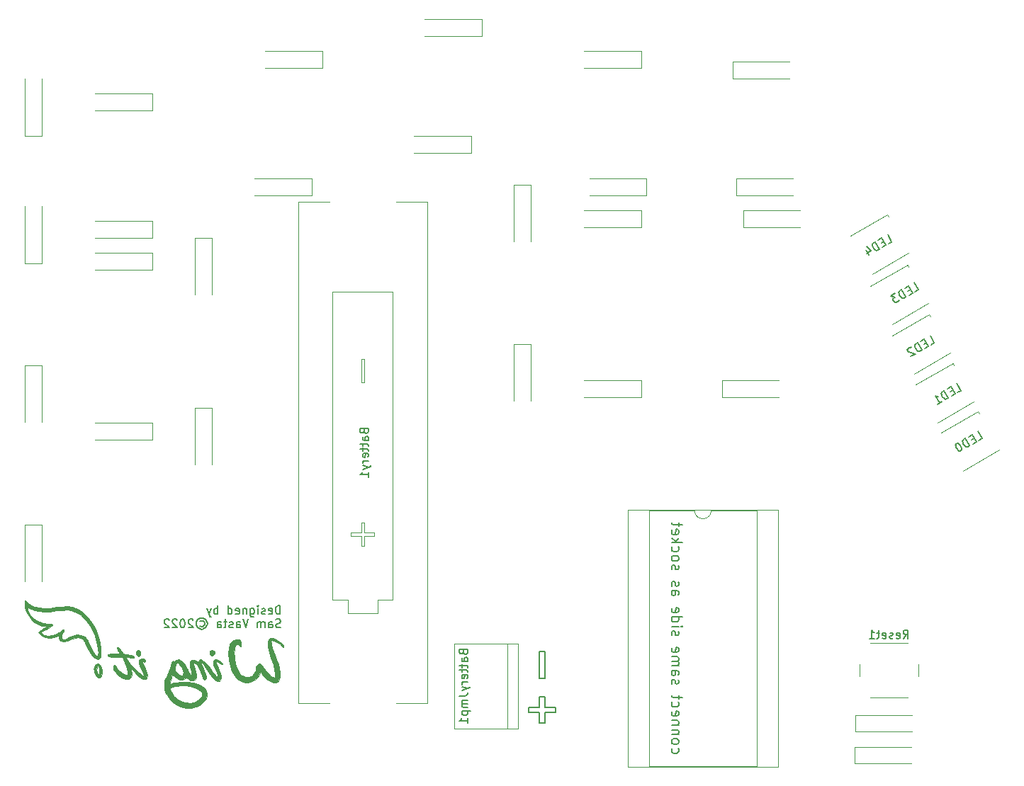
<source format=gbr>
%TF.GenerationSoftware,KiCad,Pcbnew,6.0.6-3a73a75311~116~ubuntu22.04.1*%
%TF.CreationDate,2022-07-03T12:29:08-05:00*%
%TF.ProjectId,board,626f6172-642e-46b6-9963-61645f706362,rev?*%
%TF.SameCoordinates,Original*%
%TF.FileFunction,Legend,Bot*%
%TF.FilePolarity,Positive*%
%FSLAX46Y46*%
G04 Gerber Fmt 4.6, Leading zero omitted, Abs format (unit mm)*
G04 Created by KiCad (PCBNEW 6.0.6-3a73a75311~116~ubuntu22.04.1) date 2022-07-03 12:29:08*
%MOMM*%
%LPD*%
G01*
G04 APERTURE LIST*
%ADD10C,0.150000*%
%ADD11C,0.200000*%
%ADD12C,0.120000*%
%ADD13C,0.010000*%
G04 APERTURE END LIST*
D10*
X126029404Y-126012380D02*
X126029404Y-125012380D01*
X125791309Y-125012380D01*
X125648452Y-125060000D01*
X125553214Y-125155238D01*
X125505595Y-125250476D01*
X125457976Y-125440952D01*
X125457976Y-125583809D01*
X125505595Y-125774285D01*
X125553214Y-125869523D01*
X125648452Y-125964761D01*
X125791309Y-126012380D01*
X126029404Y-126012380D01*
X124648452Y-125964761D02*
X124743690Y-126012380D01*
X124934166Y-126012380D01*
X125029404Y-125964761D01*
X125077023Y-125869523D01*
X125077023Y-125488571D01*
X125029404Y-125393333D01*
X124934166Y-125345714D01*
X124743690Y-125345714D01*
X124648452Y-125393333D01*
X124600833Y-125488571D01*
X124600833Y-125583809D01*
X125077023Y-125679047D01*
X124219880Y-125964761D02*
X124124642Y-126012380D01*
X123934166Y-126012380D01*
X123838928Y-125964761D01*
X123791309Y-125869523D01*
X123791309Y-125821904D01*
X123838928Y-125726666D01*
X123934166Y-125679047D01*
X124077023Y-125679047D01*
X124172261Y-125631428D01*
X124219880Y-125536190D01*
X124219880Y-125488571D01*
X124172261Y-125393333D01*
X124077023Y-125345714D01*
X123934166Y-125345714D01*
X123838928Y-125393333D01*
X123362738Y-126012380D02*
X123362738Y-125345714D01*
X123362738Y-125012380D02*
X123410357Y-125060000D01*
X123362738Y-125107619D01*
X123315119Y-125060000D01*
X123362738Y-125012380D01*
X123362738Y-125107619D01*
X122457976Y-125345714D02*
X122457976Y-126155238D01*
X122505595Y-126250476D01*
X122553214Y-126298095D01*
X122648452Y-126345714D01*
X122791309Y-126345714D01*
X122886547Y-126298095D01*
X122457976Y-125964761D02*
X122553214Y-126012380D01*
X122743690Y-126012380D01*
X122838928Y-125964761D01*
X122886547Y-125917142D01*
X122934166Y-125821904D01*
X122934166Y-125536190D01*
X122886547Y-125440952D01*
X122838928Y-125393333D01*
X122743690Y-125345714D01*
X122553214Y-125345714D01*
X122457976Y-125393333D01*
X121981785Y-125345714D02*
X121981785Y-126012380D01*
X121981785Y-125440952D02*
X121934166Y-125393333D01*
X121838928Y-125345714D01*
X121696071Y-125345714D01*
X121600833Y-125393333D01*
X121553214Y-125488571D01*
X121553214Y-126012380D01*
X120696071Y-125964761D02*
X120791309Y-126012380D01*
X120981785Y-126012380D01*
X121077023Y-125964761D01*
X121124642Y-125869523D01*
X121124642Y-125488571D01*
X121077023Y-125393333D01*
X120981785Y-125345714D01*
X120791309Y-125345714D01*
X120696071Y-125393333D01*
X120648452Y-125488571D01*
X120648452Y-125583809D01*
X121124642Y-125679047D01*
X119791309Y-126012380D02*
X119791309Y-125012380D01*
X119791309Y-125964761D02*
X119886547Y-126012380D01*
X120077023Y-126012380D01*
X120172261Y-125964761D01*
X120219880Y-125917142D01*
X120267500Y-125821904D01*
X120267500Y-125536190D01*
X120219880Y-125440952D01*
X120172261Y-125393333D01*
X120077023Y-125345714D01*
X119886547Y-125345714D01*
X119791309Y-125393333D01*
X118553214Y-126012380D02*
X118553214Y-125012380D01*
X118553214Y-125393333D02*
X118457976Y-125345714D01*
X118267500Y-125345714D01*
X118172261Y-125393333D01*
X118124642Y-125440952D01*
X118077023Y-125536190D01*
X118077023Y-125821904D01*
X118124642Y-125917142D01*
X118172261Y-125964761D01*
X118267500Y-126012380D01*
X118457976Y-126012380D01*
X118553214Y-125964761D01*
X117743690Y-125345714D02*
X117505595Y-126012380D01*
X117267500Y-125345714D02*
X117505595Y-126012380D01*
X117600833Y-126250476D01*
X117648452Y-126298095D01*
X117743690Y-126345714D01*
X126077023Y-127574761D02*
X125934166Y-127622380D01*
X125696071Y-127622380D01*
X125600833Y-127574761D01*
X125553214Y-127527142D01*
X125505595Y-127431904D01*
X125505595Y-127336666D01*
X125553214Y-127241428D01*
X125600833Y-127193809D01*
X125696071Y-127146190D01*
X125886547Y-127098571D01*
X125981785Y-127050952D01*
X126029404Y-127003333D01*
X126077023Y-126908095D01*
X126077023Y-126812857D01*
X126029404Y-126717619D01*
X125981785Y-126670000D01*
X125886547Y-126622380D01*
X125648452Y-126622380D01*
X125505595Y-126670000D01*
X124648452Y-127622380D02*
X124648452Y-127098571D01*
X124696071Y-127003333D01*
X124791309Y-126955714D01*
X124981785Y-126955714D01*
X125077023Y-127003333D01*
X124648452Y-127574761D02*
X124743690Y-127622380D01*
X124981785Y-127622380D01*
X125077023Y-127574761D01*
X125124642Y-127479523D01*
X125124642Y-127384285D01*
X125077023Y-127289047D01*
X124981785Y-127241428D01*
X124743690Y-127241428D01*
X124648452Y-127193809D01*
X124172261Y-127622380D02*
X124172261Y-126955714D01*
X124172261Y-127050952D02*
X124124642Y-127003333D01*
X124029404Y-126955714D01*
X123886547Y-126955714D01*
X123791309Y-127003333D01*
X123743690Y-127098571D01*
X123743690Y-127622380D01*
X123743690Y-127098571D02*
X123696071Y-127003333D01*
X123600833Y-126955714D01*
X123457976Y-126955714D01*
X123362738Y-127003333D01*
X123315119Y-127098571D01*
X123315119Y-127622380D01*
X122219880Y-126622380D02*
X121886547Y-127622380D01*
X121553214Y-126622380D01*
X120791309Y-127622380D02*
X120791309Y-127098571D01*
X120838928Y-127003333D01*
X120934166Y-126955714D01*
X121124642Y-126955714D01*
X121219880Y-127003333D01*
X120791309Y-127574761D02*
X120886547Y-127622380D01*
X121124642Y-127622380D01*
X121219880Y-127574761D01*
X121267500Y-127479523D01*
X121267500Y-127384285D01*
X121219880Y-127289047D01*
X121124642Y-127241428D01*
X120886547Y-127241428D01*
X120791309Y-127193809D01*
X120362738Y-127574761D02*
X120267500Y-127622380D01*
X120077023Y-127622380D01*
X119981785Y-127574761D01*
X119934166Y-127479523D01*
X119934166Y-127431904D01*
X119981785Y-127336666D01*
X120077023Y-127289047D01*
X120219880Y-127289047D01*
X120315119Y-127241428D01*
X120362738Y-127146190D01*
X120362738Y-127098571D01*
X120315119Y-127003333D01*
X120219880Y-126955714D01*
X120077023Y-126955714D01*
X119981785Y-127003333D01*
X119648452Y-126955714D02*
X119267500Y-126955714D01*
X119505595Y-126622380D02*
X119505595Y-127479523D01*
X119457976Y-127574761D01*
X119362738Y-127622380D01*
X119267500Y-127622380D01*
X118505595Y-127622380D02*
X118505595Y-127098571D01*
X118553214Y-127003333D01*
X118648452Y-126955714D01*
X118838928Y-126955714D01*
X118934166Y-127003333D01*
X118505595Y-127574761D02*
X118600833Y-127622380D01*
X118838928Y-127622380D01*
X118934166Y-127574761D01*
X118981785Y-127479523D01*
X118981785Y-127384285D01*
X118934166Y-127289047D01*
X118838928Y-127241428D01*
X118600833Y-127241428D01*
X118505595Y-127193809D01*
X116457976Y-126860476D02*
X116553214Y-126812857D01*
X116743690Y-126812857D01*
X116838928Y-126860476D01*
X116934166Y-126955714D01*
X116981785Y-127050952D01*
X116981785Y-127241428D01*
X116934166Y-127336666D01*
X116838928Y-127431904D01*
X116743690Y-127479523D01*
X116553214Y-127479523D01*
X116457976Y-127431904D01*
X116648452Y-126479523D02*
X116886547Y-126527142D01*
X117124642Y-126670000D01*
X117267500Y-126908095D01*
X117315119Y-127146190D01*
X117267500Y-127384285D01*
X117124642Y-127622380D01*
X116886547Y-127765238D01*
X116648452Y-127812857D01*
X116410357Y-127765238D01*
X116172261Y-127622380D01*
X116029404Y-127384285D01*
X115981785Y-127146190D01*
X116029404Y-126908095D01*
X116172261Y-126670000D01*
X116410357Y-126527142D01*
X116648452Y-126479523D01*
X115600833Y-126717619D02*
X115553214Y-126670000D01*
X115457976Y-126622380D01*
X115219880Y-126622380D01*
X115124642Y-126670000D01*
X115077023Y-126717619D01*
X115029404Y-126812857D01*
X115029404Y-126908095D01*
X115077023Y-127050952D01*
X115648452Y-127622380D01*
X115029404Y-127622380D01*
X114410357Y-126622380D02*
X114315119Y-126622380D01*
X114219880Y-126670000D01*
X114172261Y-126717619D01*
X114124642Y-126812857D01*
X114077023Y-127003333D01*
X114077023Y-127241428D01*
X114124642Y-127431904D01*
X114172261Y-127527142D01*
X114219880Y-127574761D01*
X114315119Y-127622380D01*
X114410357Y-127622380D01*
X114505595Y-127574761D01*
X114553214Y-127527142D01*
X114600833Y-127431904D01*
X114648452Y-127241428D01*
X114648452Y-127003333D01*
X114600833Y-126812857D01*
X114553214Y-126717619D01*
X114505595Y-126670000D01*
X114410357Y-126622380D01*
X113696071Y-126717619D02*
X113648452Y-126670000D01*
X113553214Y-126622380D01*
X113315119Y-126622380D01*
X113219880Y-126670000D01*
X113172261Y-126717619D01*
X113124642Y-126812857D01*
X113124642Y-126908095D01*
X113172261Y-127050952D01*
X113743690Y-127622380D01*
X113124642Y-127622380D01*
X112743690Y-126717619D02*
X112696071Y-126670000D01*
X112600833Y-126622380D01*
X112362738Y-126622380D01*
X112267500Y-126670000D01*
X112219880Y-126717619D01*
X112172261Y-126812857D01*
X112172261Y-126908095D01*
X112219880Y-127050952D01*
X112791309Y-127622380D01*
X112172261Y-127622380D01*
X158897352Y-137795000D02*
X158897352Y-137160001D01*
X157627352Y-135890002D02*
X156992351Y-135890001D01*
X155722352Y-137160002D02*
X155722352Y-137795001D01*
X156992352Y-137795002D02*
X156992352Y-139065001D01*
X157627352Y-133667501D02*
X157627353Y-130492501D01*
X157627352Y-139065001D02*
X157627353Y-137795000D01*
X156992353Y-133667502D02*
X157627352Y-133667501D01*
X156992351Y-135890001D02*
X156992352Y-137160002D01*
X156992352Y-137160002D02*
X155722352Y-137160002D01*
X157627352Y-137160002D02*
X157627352Y-135890002D01*
X156992352Y-130492500D02*
X156992353Y-133667502D01*
X155722352Y-137795001D02*
X156992352Y-137795002D01*
X158897352Y-137160001D02*
X157627352Y-137160002D01*
X157627353Y-137795000D02*
X158897352Y-137795000D01*
X156992352Y-139065001D02*
X157627352Y-139065001D01*
X157627353Y-130492501D02*
X156992352Y-130492500D01*
%TO.C,Battery1*%
X136023571Y-104132380D02*
X136071190Y-104275238D01*
X136118809Y-104322857D01*
X136214047Y-104370476D01*
X136356904Y-104370476D01*
X136452142Y-104322857D01*
X136499761Y-104275238D01*
X136547380Y-104180000D01*
X136547380Y-103799047D01*
X135547380Y-103799047D01*
X135547380Y-104132380D01*
X135595000Y-104227619D01*
X135642619Y-104275238D01*
X135737857Y-104322857D01*
X135833095Y-104322857D01*
X135928333Y-104275238D01*
X135975952Y-104227619D01*
X136023571Y-104132380D01*
X136023571Y-103799047D01*
X136547380Y-105227619D02*
X136023571Y-105227619D01*
X135928333Y-105180000D01*
X135880714Y-105084761D01*
X135880714Y-104894285D01*
X135928333Y-104799047D01*
X136499761Y-105227619D02*
X136547380Y-105132380D01*
X136547380Y-104894285D01*
X136499761Y-104799047D01*
X136404523Y-104751428D01*
X136309285Y-104751428D01*
X136214047Y-104799047D01*
X136166428Y-104894285D01*
X136166428Y-105132380D01*
X136118809Y-105227619D01*
X135880714Y-105560952D02*
X135880714Y-105941904D01*
X135547380Y-105703809D02*
X136404523Y-105703809D01*
X136499761Y-105751428D01*
X136547380Y-105846666D01*
X136547380Y-105941904D01*
X135880714Y-106132380D02*
X135880714Y-106513333D01*
X135547380Y-106275238D02*
X136404523Y-106275238D01*
X136499761Y-106322857D01*
X136547380Y-106418095D01*
X136547380Y-106513333D01*
X136499761Y-107227619D02*
X136547380Y-107132380D01*
X136547380Y-106941904D01*
X136499761Y-106846666D01*
X136404523Y-106799047D01*
X136023571Y-106799047D01*
X135928333Y-106846666D01*
X135880714Y-106941904D01*
X135880714Y-107132380D01*
X135928333Y-107227619D01*
X136023571Y-107275238D01*
X136118809Y-107275238D01*
X136214047Y-106799047D01*
X136547380Y-107703809D02*
X135880714Y-107703809D01*
X136071190Y-107703809D02*
X135975952Y-107751428D01*
X135928333Y-107799047D01*
X135880714Y-107894285D01*
X135880714Y-107989523D01*
X135880714Y-108227619D02*
X136547380Y-108465714D01*
X135880714Y-108703809D02*
X136547380Y-108465714D01*
X136785476Y-108370476D01*
X136833095Y-108322857D01*
X136880714Y-108227619D01*
X136547380Y-109608571D02*
X136547380Y-109037142D01*
X136547380Y-109322857D02*
X135547380Y-109322857D01*
X135690238Y-109227619D01*
X135785476Y-109132380D01*
X135833095Y-109037142D01*
D11*
%TO.C,Nice!NanoV2*%
X172849047Y-142059761D02*
X172789523Y-142178809D01*
X172789523Y-142416904D01*
X172849047Y-142535952D01*
X172908571Y-142595476D01*
X173027619Y-142655000D01*
X173384761Y-142655000D01*
X173503809Y-142595476D01*
X173563333Y-142535952D01*
X173622857Y-142416904D01*
X173622857Y-142178809D01*
X173563333Y-142059761D01*
X172789523Y-141345476D02*
X172849047Y-141464523D01*
X172908571Y-141524047D01*
X173027619Y-141583571D01*
X173384761Y-141583571D01*
X173503809Y-141524047D01*
X173563333Y-141464523D01*
X173622857Y-141345476D01*
X173622857Y-141166904D01*
X173563333Y-141047857D01*
X173503809Y-140988333D01*
X173384761Y-140928809D01*
X173027619Y-140928809D01*
X172908571Y-140988333D01*
X172849047Y-141047857D01*
X172789523Y-141166904D01*
X172789523Y-141345476D01*
X173622857Y-140393095D02*
X172789523Y-140393095D01*
X173503809Y-140393095D02*
X173563333Y-140333571D01*
X173622857Y-140214523D01*
X173622857Y-140035952D01*
X173563333Y-139916904D01*
X173444285Y-139857380D01*
X172789523Y-139857380D01*
X173622857Y-139262142D02*
X172789523Y-139262142D01*
X173503809Y-139262142D02*
X173563333Y-139202619D01*
X173622857Y-139083571D01*
X173622857Y-138905000D01*
X173563333Y-138785952D01*
X173444285Y-138726428D01*
X172789523Y-138726428D01*
X172849047Y-137655000D02*
X172789523Y-137774047D01*
X172789523Y-138012142D01*
X172849047Y-138131190D01*
X172968095Y-138190714D01*
X173444285Y-138190714D01*
X173563333Y-138131190D01*
X173622857Y-138012142D01*
X173622857Y-137774047D01*
X173563333Y-137655000D01*
X173444285Y-137595476D01*
X173325238Y-137595476D01*
X173206190Y-138190714D01*
X172849047Y-136524047D02*
X172789523Y-136643095D01*
X172789523Y-136881190D01*
X172849047Y-137000238D01*
X172908571Y-137059761D01*
X173027619Y-137119285D01*
X173384761Y-137119285D01*
X173503809Y-137059761D01*
X173563333Y-137000238D01*
X173622857Y-136881190D01*
X173622857Y-136643095D01*
X173563333Y-136524047D01*
X173622857Y-136166904D02*
X173622857Y-135690714D01*
X174039523Y-135988333D02*
X172968095Y-135988333D01*
X172849047Y-135928809D01*
X172789523Y-135809761D01*
X172789523Y-135690714D01*
X172849047Y-134381190D02*
X172789523Y-134262142D01*
X172789523Y-134024047D01*
X172849047Y-133905000D01*
X172968095Y-133845476D01*
X173027619Y-133845476D01*
X173146666Y-133905000D01*
X173206190Y-134024047D01*
X173206190Y-134202619D01*
X173265714Y-134321666D01*
X173384761Y-134381190D01*
X173444285Y-134381190D01*
X173563333Y-134321666D01*
X173622857Y-134202619D01*
X173622857Y-134024047D01*
X173563333Y-133905000D01*
X172789523Y-132774047D02*
X173444285Y-132774047D01*
X173563333Y-132833571D01*
X173622857Y-132952619D01*
X173622857Y-133190714D01*
X173563333Y-133309761D01*
X172849047Y-132774047D02*
X172789523Y-132893095D01*
X172789523Y-133190714D01*
X172849047Y-133309761D01*
X172968095Y-133369285D01*
X173087142Y-133369285D01*
X173206190Y-133309761D01*
X173265714Y-133190714D01*
X173265714Y-132893095D01*
X173325238Y-132774047D01*
X172789523Y-132178809D02*
X173622857Y-132178809D01*
X173503809Y-132178809D02*
X173563333Y-132119285D01*
X173622857Y-132000238D01*
X173622857Y-131821666D01*
X173563333Y-131702619D01*
X173444285Y-131643095D01*
X172789523Y-131643095D01*
X173444285Y-131643095D02*
X173563333Y-131583571D01*
X173622857Y-131464523D01*
X173622857Y-131285952D01*
X173563333Y-131166904D01*
X173444285Y-131107380D01*
X172789523Y-131107380D01*
X172849047Y-130035952D02*
X172789523Y-130155000D01*
X172789523Y-130393095D01*
X172849047Y-130512142D01*
X172968095Y-130571666D01*
X173444285Y-130571666D01*
X173563333Y-130512142D01*
X173622857Y-130393095D01*
X173622857Y-130155000D01*
X173563333Y-130035952D01*
X173444285Y-129976428D01*
X173325238Y-129976428D01*
X173206190Y-130571666D01*
X172849047Y-128547857D02*
X172789523Y-128428809D01*
X172789523Y-128190714D01*
X172849047Y-128071666D01*
X172968095Y-128012142D01*
X173027619Y-128012142D01*
X173146666Y-128071666D01*
X173206190Y-128190714D01*
X173206190Y-128369285D01*
X173265714Y-128488333D01*
X173384761Y-128547857D01*
X173444285Y-128547857D01*
X173563333Y-128488333D01*
X173622857Y-128369285D01*
X173622857Y-128190714D01*
X173563333Y-128071666D01*
X172789523Y-127476428D02*
X173622857Y-127476428D01*
X174039523Y-127476428D02*
X173980000Y-127535952D01*
X173920476Y-127476428D01*
X173980000Y-127416904D01*
X174039523Y-127476428D01*
X173920476Y-127476428D01*
X172789523Y-126345476D02*
X174039523Y-126345476D01*
X172849047Y-126345476D02*
X172789523Y-126464523D01*
X172789523Y-126702619D01*
X172849047Y-126821666D01*
X172908571Y-126881190D01*
X173027619Y-126940714D01*
X173384761Y-126940714D01*
X173503809Y-126881190D01*
X173563333Y-126821666D01*
X173622857Y-126702619D01*
X173622857Y-126464523D01*
X173563333Y-126345476D01*
X172849047Y-125274047D02*
X172789523Y-125393095D01*
X172789523Y-125631190D01*
X172849047Y-125750238D01*
X172968095Y-125809761D01*
X173444285Y-125809761D01*
X173563333Y-125750238D01*
X173622857Y-125631190D01*
X173622857Y-125393095D01*
X173563333Y-125274047D01*
X173444285Y-125214523D01*
X173325238Y-125214523D01*
X173206190Y-125809761D01*
X172789523Y-123190714D02*
X173444285Y-123190714D01*
X173563333Y-123250238D01*
X173622857Y-123369285D01*
X173622857Y-123607380D01*
X173563333Y-123726428D01*
X172849047Y-123190714D02*
X172789523Y-123309761D01*
X172789523Y-123607380D01*
X172849047Y-123726428D01*
X172968095Y-123785952D01*
X173087142Y-123785952D01*
X173206190Y-123726428D01*
X173265714Y-123607380D01*
X173265714Y-123309761D01*
X173325238Y-123190714D01*
X172849047Y-122655000D02*
X172789523Y-122535952D01*
X172789523Y-122297857D01*
X172849047Y-122178809D01*
X172968095Y-122119285D01*
X173027619Y-122119285D01*
X173146666Y-122178809D01*
X173206190Y-122297857D01*
X173206190Y-122476428D01*
X173265714Y-122595476D01*
X173384761Y-122655000D01*
X173444285Y-122655000D01*
X173563333Y-122595476D01*
X173622857Y-122476428D01*
X173622857Y-122297857D01*
X173563333Y-122178809D01*
X172849047Y-120690714D02*
X172789523Y-120571666D01*
X172789523Y-120333571D01*
X172849047Y-120214523D01*
X172968095Y-120155000D01*
X173027619Y-120155000D01*
X173146666Y-120214523D01*
X173206190Y-120333571D01*
X173206190Y-120512142D01*
X173265714Y-120631190D01*
X173384761Y-120690714D01*
X173444285Y-120690714D01*
X173563333Y-120631190D01*
X173622857Y-120512142D01*
X173622857Y-120333571D01*
X173563333Y-120214523D01*
X172789523Y-119440714D02*
X172849047Y-119559761D01*
X172908571Y-119619285D01*
X173027619Y-119678809D01*
X173384761Y-119678809D01*
X173503809Y-119619285D01*
X173563333Y-119559761D01*
X173622857Y-119440714D01*
X173622857Y-119262142D01*
X173563333Y-119143095D01*
X173503809Y-119083571D01*
X173384761Y-119024047D01*
X173027619Y-119024047D01*
X172908571Y-119083571D01*
X172849047Y-119143095D01*
X172789523Y-119262142D01*
X172789523Y-119440714D01*
X172849047Y-117952619D02*
X172789523Y-118071666D01*
X172789523Y-118309761D01*
X172849047Y-118428809D01*
X172908571Y-118488333D01*
X173027619Y-118547857D01*
X173384761Y-118547857D01*
X173503809Y-118488333D01*
X173563333Y-118428809D01*
X173622857Y-118309761D01*
X173622857Y-118071666D01*
X173563333Y-117952619D01*
X172789523Y-117416904D02*
X174039523Y-117416904D01*
X173265714Y-117297857D02*
X172789523Y-116940714D01*
X173622857Y-116940714D02*
X173146666Y-117416904D01*
X172849047Y-115928809D02*
X172789523Y-116047857D01*
X172789523Y-116285952D01*
X172849047Y-116405000D01*
X172968095Y-116464523D01*
X173444285Y-116464523D01*
X173563333Y-116405000D01*
X173622857Y-116285952D01*
X173622857Y-116047857D01*
X173563333Y-115928809D01*
X173444285Y-115869285D01*
X173325238Y-115869285D01*
X173206190Y-116464523D01*
X173622857Y-115512142D02*
X173622857Y-115035952D01*
X174039523Y-115333571D02*
X172968095Y-115333571D01*
X172849047Y-115274047D01*
X172789523Y-115155000D01*
X172789523Y-115035952D01*
D10*
%TO.C,LED0*%
X209475314Y-105242249D02*
X209887707Y-105004154D01*
X209387707Y-104138128D01*
X208924734Y-104955283D02*
X208636059Y-105121950D01*
X208774245Y-105647011D02*
X209186639Y-105408916D01*
X208686639Y-104542890D01*
X208274245Y-104780986D01*
X208403092Y-105861297D02*
X207903092Y-104995271D01*
X207696895Y-105114319D01*
X207596987Y-105226987D01*
X207562127Y-105357084D01*
X207568507Y-105463373D01*
X207622506Y-105652139D01*
X207693934Y-105775857D01*
X207830412Y-105917005D01*
X207919270Y-105975674D01*
X208049368Y-106010534D01*
X208196895Y-105980344D01*
X208403092Y-105861297D01*
X206872109Y-105590509D02*
X206789630Y-105638128D01*
X206730961Y-105726987D01*
X206713532Y-105792036D01*
X206719911Y-105898324D01*
X206773910Y-106087091D01*
X206892958Y-106293287D01*
X207029435Y-106434435D01*
X207118294Y-106493104D01*
X207183342Y-106510534D01*
X207289630Y-106504154D01*
X207372109Y-106456535D01*
X207430778Y-106367676D01*
X207448208Y-106302628D01*
X207441828Y-106196339D01*
X207387829Y-106007573D01*
X207268782Y-105801376D01*
X207132304Y-105660229D01*
X207043446Y-105601559D01*
X206978397Y-105584130D01*
X206872109Y-105590509D01*
%TO.C,LED1*%
X206935314Y-99527249D02*
X207347707Y-99289154D01*
X206847707Y-98423128D01*
X206384734Y-99240283D02*
X206096059Y-99406950D01*
X206234245Y-99932011D02*
X206646639Y-99693916D01*
X206146639Y-98827890D01*
X205734245Y-99065986D01*
X205863092Y-100146297D02*
X205363092Y-99280271D01*
X205156895Y-99399319D01*
X205056987Y-99511987D01*
X205022127Y-99642084D01*
X205028507Y-99748373D01*
X205082506Y-99937139D01*
X205153934Y-100060857D01*
X205290412Y-100202005D01*
X205379270Y-100260674D01*
X205509368Y-100295534D01*
X205656895Y-100265344D01*
X205863092Y-100146297D01*
X204543434Y-100908201D02*
X205038306Y-100622487D01*
X204790870Y-100765344D02*
X204290870Y-99899319D01*
X204444777Y-99975418D01*
X204574875Y-100010277D01*
X204681163Y-100003898D01*
%TO.C,LED2*%
X203760314Y-93812249D02*
X204172707Y-93574154D01*
X203672707Y-92708128D01*
X203209734Y-93525283D02*
X202921059Y-93691950D01*
X203059245Y-94217011D02*
X203471639Y-93978916D01*
X202971639Y-93112890D01*
X202559245Y-93350986D01*
X202688092Y-94431297D02*
X202188092Y-93565271D01*
X201981895Y-93684319D01*
X201881987Y-93796987D01*
X201847127Y-93927084D01*
X201853507Y-94033373D01*
X201907506Y-94222139D01*
X201978934Y-94345857D01*
X202115412Y-94487005D01*
X202204270Y-94545674D01*
X202334368Y-94580534D01*
X202481895Y-94550344D01*
X202688092Y-94431297D01*
X201410925Y-94123940D02*
X201345876Y-94106511D01*
X201239588Y-94112890D01*
X201033391Y-94231938D01*
X200974722Y-94320796D01*
X200957292Y-94385845D01*
X200963672Y-94492133D01*
X201011291Y-94574612D01*
X201123959Y-94674520D01*
X201904545Y-94883678D01*
X201368434Y-95193201D01*
%TO.C,Reset1*%
X200469285Y-128917380D02*
X200802619Y-128441190D01*
X201040714Y-128917380D02*
X201040714Y-127917380D01*
X200659761Y-127917380D01*
X200564523Y-127965000D01*
X200516904Y-128012619D01*
X200469285Y-128107857D01*
X200469285Y-128250714D01*
X200516904Y-128345952D01*
X200564523Y-128393571D01*
X200659761Y-128441190D01*
X201040714Y-128441190D01*
X199659761Y-128869761D02*
X199755000Y-128917380D01*
X199945476Y-128917380D01*
X200040714Y-128869761D01*
X200088333Y-128774523D01*
X200088333Y-128393571D01*
X200040714Y-128298333D01*
X199945476Y-128250714D01*
X199755000Y-128250714D01*
X199659761Y-128298333D01*
X199612142Y-128393571D01*
X199612142Y-128488809D01*
X200088333Y-128584047D01*
X199231190Y-128869761D02*
X199135952Y-128917380D01*
X198945476Y-128917380D01*
X198850238Y-128869761D01*
X198802619Y-128774523D01*
X198802619Y-128726904D01*
X198850238Y-128631666D01*
X198945476Y-128584047D01*
X199088333Y-128584047D01*
X199183571Y-128536428D01*
X199231190Y-128441190D01*
X199231190Y-128393571D01*
X199183571Y-128298333D01*
X199088333Y-128250714D01*
X198945476Y-128250714D01*
X198850238Y-128298333D01*
X197993095Y-128869761D02*
X198088333Y-128917380D01*
X198278809Y-128917380D01*
X198374047Y-128869761D01*
X198421666Y-128774523D01*
X198421666Y-128393571D01*
X198374047Y-128298333D01*
X198278809Y-128250714D01*
X198088333Y-128250714D01*
X197993095Y-128298333D01*
X197945476Y-128393571D01*
X197945476Y-128488809D01*
X198421666Y-128584047D01*
X197659761Y-128250714D02*
X197278809Y-128250714D01*
X197516904Y-127917380D02*
X197516904Y-128774523D01*
X197469285Y-128869761D01*
X197374047Y-128917380D01*
X197278809Y-128917380D01*
X196421666Y-128917380D02*
X196993095Y-128917380D01*
X196707380Y-128917380D02*
X196707380Y-127917380D01*
X196802619Y-128060238D01*
X196897857Y-128155476D01*
X196993095Y-128203095D01*
%TO.C,BatteryJmp1*%
X147883571Y-130572380D02*
X147931190Y-130715238D01*
X147978809Y-130762857D01*
X148074047Y-130810476D01*
X148216904Y-130810476D01*
X148312142Y-130762857D01*
X148359761Y-130715238D01*
X148407380Y-130620000D01*
X148407380Y-130239047D01*
X147407380Y-130239047D01*
X147407380Y-130572380D01*
X147455000Y-130667619D01*
X147502619Y-130715238D01*
X147597857Y-130762857D01*
X147693095Y-130762857D01*
X147788333Y-130715238D01*
X147835952Y-130667619D01*
X147883571Y-130572380D01*
X147883571Y-130239047D01*
X148407380Y-131667619D02*
X147883571Y-131667619D01*
X147788333Y-131620000D01*
X147740714Y-131524761D01*
X147740714Y-131334285D01*
X147788333Y-131239047D01*
X148359761Y-131667619D02*
X148407380Y-131572380D01*
X148407380Y-131334285D01*
X148359761Y-131239047D01*
X148264523Y-131191428D01*
X148169285Y-131191428D01*
X148074047Y-131239047D01*
X148026428Y-131334285D01*
X148026428Y-131572380D01*
X147978809Y-131667619D01*
X147740714Y-132000952D02*
X147740714Y-132381904D01*
X147407380Y-132143809D02*
X148264523Y-132143809D01*
X148359761Y-132191428D01*
X148407380Y-132286666D01*
X148407380Y-132381904D01*
X147740714Y-132572380D02*
X147740714Y-132953333D01*
X147407380Y-132715238D02*
X148264523Y-132715238D01*
X148359761Y-132762857D01*
X148407380Y-132858095D01*
X148407380Y-132953333D01*
X148359761Y-133667619D02*
X148407380Y-133572380D01*
X148407380Y-133381904D01*
X148359761Y-133286666D01*
X148264523Y-133239047D01*
X147883571Y-133239047D01*
X147788333Y-133286666D01*
X147740714Y-133381904D01*
X147740714Y-133572380D01*
X147788333Y-133667619D01*
X147883571Y-133715238D01*
X147978809Y-133715238D01*
X148074047Y-133239047D01*
X148407380Y-134143809D02*
X147740714Y-134143809D01*
X147931190Y-134143809D02*
X147835952Y-134191428D01*
X147788333Y-134239047D01*
X147740714Y-134334285D01*
X147740714Y-134429523D01*
X147740714Y-134667619D02*
X148407380Y-134905714D01*
X147740714Y-135143809D02*
X148407380Y-134905714D01*
X148645476Y-134810476D01*
X148693095Y-134762857D01*
X148740714Y-134667619D01*
X147407380Y-135810476D02*
X148121666Y-135810476D01*
X148264523Y-135762857D01*
X148359761Y-135667619D01*
X148407380Y-135524761D01*
X148407380Y-135429523D01*
X148407380Y-136286666D02*
X147740714Y-136286666D01*
X147835952Y-136286666D02*
X147788333Y-136334285D01*
X147740714Y-136429523D01*
X147740714Y-136572380D01*
X147788333Y-136667619D01*
X147883571Y-136715238D01*
X148407380Y-136715238D01*
X147883571Y-136715238D02*
X147788333Y-136762857D01*
X147740714Y-136858095D01*
X147740714Y-137000952D01*
X147788333Y-137096190D01*
X147883571Y-137143809D01*
X148407380Y-137143809D01*
X147740714Y-137620000D02*
X148740714Y-137620000D01*
X147788333Y-137620000D02*
X147740714Y-137715238D01*
X147740714Y-137905714D01*
X147788333Y-138000952D01*
X147835952Y-138048571D01*
X147931190Y-138096190D01*
X148216904Y-138096190D01*
X148312142Y-138048571D01*
X148359761Y-138000952D01*
X148407380Y-137905714D01*
X148407380Y-137715238D01*
X148359761Y-137620000D01*
X148407380Y-139048571D02*
X148407380Y-138477142D01*
X148407380Y-138762857D02*
X147407380Y-138762857D01*
X147550238Y-138667619D01*
X147645476Y-138572380D01*
X147693095Y-138477142D01*
%TO.C,LED4*%
X198680314Y-81747249D02*
X199092707Y-81509154D01*
X198592707Y-80643128D01*
X198129734Y-81460283D02*
X197841059Y-81626950D01*
X197979245Y-82152011D02*
X198391639Y-81913916D01*
X197891639Y-81047890D01*
X197479245Y-81285986D01*
X197608092Y-82366297D02*
X197108092Y-81500271D01*
X196901895Y-81619319D01*
X196801987Y-81731987D01*
X196767127Y-81862084D01*
X196773507Y-81968373D01*
X196827506Y-82157139D01*
X196898934Y-82280857D01*
X197035412Y-82422005D01*
X197124270Y-82480674D01*
X197254368Y-82515534D01*
X197401895Y-82485344D01*
X197608092Y-82366297D01*
X196037579Y-82503232D02*
X196370913Y-83080582D01*
X196053300Y-82054270D02*
X196616639Y-82553812D01*
X196080528Y-82863336D01*
%TO.C,LED3*%
X201855314Y-87462249D02*
X202267707Y-87224154D01*
X201767707Y-86358128D01*
X201304734Y-87175283D02*
X201016059Y-87341950D01*
X201154245Y-87867011D02*
X201566639Y-87628916D01*
X201066639Y-86762890D01*
X200654245Y-87000986D01*
X200783092Y-88081297D02*
X200283092Y-87215271D01*
X200076895Y-87334319D01*
X199976987Y-87446987D01*
X199942127Y-87577084D01*
X199948507Y-87683373D01*
X200002506Y-87872139D01*
X200073934Y-87995857D01*
X200210412Y-88137005D01*
X200299270Y-88195674D01*
X200429368Y-88230534D01*
X200576895Y-88200344D01*
X200783092Y-88081297D01*
X199499545Y-87667652D02*
X198963434Y-87977176D01*
X199442585Y-88140424D01*
X199318867Y-88211852D01*
X199260198Y-88300711D01*
X199242768Y-88365760D01*
X199249148Y-88472048D01*
X199368196Y-88678244D01*
X199457054Y-88736913D01*
X199522103Y-88754343D01*
X199628391Y-88747963D01*
X199875827Y-88605106D01*
X199934496Y-88516248D01*
X199951926Y-88451199D01*
D12*
%TO.C,Battery1*%
X139490000Y-106680000D02*
X139490000Y-87480000D01*
X137690000Y-124280000D02*
X137690000Y-125880000D01*
X132290000Y-106680000D02*
X132290000Y-124280000D01*
X139890000Y-136680000D02*
X143620000Y-136680000D01*
X135690000Y-116280000D02*
X134490000Y-116280000D01*
X137690000Y-125880000D02*
X134090000Y-125880000D01*
X136090000Y-115080000D02*
X135690000Y-115080000D01*
X136090000Y-98280000D02*
X136090000Y-95480000D01*
X135690000Y-116680000D02*
X135690000Y-117880000D01*
X139490000Y-87480000D02*
X132290000Y-87480000D01*
X135690000Y-115080000D02*
X135690000Y-116280000D01*
X136090000Y-95480000D02*
X135690000Y-95480000D01*
X139890000Y-76680000D02*
X143620000Y-76680000D01*
X135690000Y-98280000D02*
X135690000Y-96280000D01*
X143620000Y-76680000D02*
X143620000Y-136680000D01*
X128160000Y-136680000D02*
X128160000Y-76680000D01*
X134090000Y-125880000D02*
X134090000Y-124280000D01*
X131890000Y-76680000D02*
X128160000Y-76680000D01*
X131890000Y-136680000D02*
X128160000Y-136680000D01*
X137290000Y-116680000D02*
X137290000Y-116280000D01*
X136090000Y-116680000D02*
X137290000Y-116680000D01*
X134490000Y-116280000D02*
X134490000Y-116680000D01*
X135690000Y-95480000D02*
X135690000Y-96280000D01*
X134090000Y-124280000D02*
X132290000Y-124280000D01*
X134490000Y-116680000D02*
X135690000Y-116680000D01*
X139490000Y-124280000D02*
X137690000Y-124280000D01*
X136090000Y-98280000D02*
X135690000Y-98280000D01*
X136090000Y-116280000D02*
X136090000Y-115080000D01*
X135690000Y-117880000D02*
X136090000Y-117880000D01*
X132290000Y-87480000D02*
X132290000Y-106680000D01*
X139490000Y-124280000D02*
X139490000Y-106680000D01*
X137290000Y-116280000D02*
X136090000Y-116280000D01*
X136090000Y-117880000D02*
X136090000Y-116680000D01*
%TO.C,G\u002A\u002A\u002A*%
G36*
X104568318Y-133483581D02*
G01*
X104568005Y-133483810D01*
X104424858Y-133580670D01*
X104324195Y-133587908D01*
X104169599Y-133512519D01*
X104080195Y-133444023D01*
X103919208Y-133210435D01*
X103803415Y-132898077D01*
X103770621Y-132653792D01*
X104100931Y-132653792D01*
X104125370Y-132906144D01*
X104185312Y-133101566D01*
X104197763Y-133124254D01*
X104307490Y-133262660D01*
X104384774Y-133242603D01*
X104424130Y-133072087D01*
X104420069Y-132759115D01*
X104391619Y-132459190D01*
X104347935Y-132255069D01*
X104283231Y-132177458D01*
X104187966Y-132203519D01*
X104157796Y-132238279D01*
X104111804Y-132409505D01*
X104100931Y-132653792D01*
X103770621Y-132653792D01*
X103759000Y-132567225D01*
X103767510Y-132434300D01*
X103854826Y-132157494D01*
X104010904Y-131978591D01*
X104203760Y-131912778D01*
X104401411Y-131975246D01*
X104571874Y-132181183D01*
X104652592Y-132387064D01*
X104715386Y-132713525D01*
X104722174Y-133040833D01*
X104716587Y-133072087D01*
X104673103Y-133315385D01*
X104568318Y-133483581D01*
G37*
D13*
X104568318Y-133483581D02*
X104568005Y-133483810D01*
X104424858Y-133580670D01*
X104324195Y-133587908D01*
X104169599Y-133512519D01*
X104080195Y-133444023D01*
X103919208Y-133210435D01*
X103803415Y-132898077D01*
X103770621Y-132653792D01*
X104100931Y-132653792D01*
X104125370Y-132906144D01*
X104185312Y-133101566D01*
X104197763Y-133124254D01*
X104307490Y-133262660D01*
X104384774Y-133242603D01*
X104424130Y-133072087D01*
X104420069Y-132759115D01*
X104391619Y-132459190D01*
X104347935Y-132255069D01*
X104283231Y-132177458D01*
X104187966Y-132203519D01*
X104157796Y-132238279D01*
X104111804Y-132409505D01*
X104100931Y-132653792D01*
X103770621Y-132653792D01*
X103759000Y-132567225D01*
X103767510Y-132434300D01*
X103854826Y-132157494D01*
X104010904Y-131978591D01*
X104203760Y-131912778D01*
X104401411Y-131975246D01*
X104571874Y-132181183D01*
X104652592Y-132387064D01*
X104715386Y-132713525D01*
X104722174Y-133040833D01*
X104716587Y-133072087D01*
X104673103Y-133315385D01*
X104568318Y-133483581D01*
G36*
X117159109Y-136115629D02*
G01*
X116880896Y-136490635D01*
X116480258Y-136820544D01*
X115977038Y-137082843D01*
X115893252Y-137113476D01*
X115427046Y-137207976D01*
X114894990Y-137220858D01*
X114363904Y-137154434D01*
X113900608Y-137011014D01*
X113490169Y-136769536D01*
X113064946Y-136417014D01*
X112686926Y-136008425D01*
X112410401Y-135595344D01*
X112393821Y-135563186D01*
X112267999Y-135267003D01*
X112205092Y-134965450D01*
X112201155Y-134879256D01*
X112863264Y-134879256D01*
X112882345Y-135017887D01*
X112967169Y-135223058D01*
X113023849Y-135338002D01*
X113326834Y-135772964D01*
X113721396Y-136150938D01*
X114152274Y-136416281D01*
X114275709Y-136465458D01*
X114761124Y-136584265D01*
X115270996Y-136615908D01*
X115725189Y-136553400D01*
X115912700Y-136479602D01*
X116201015Y-136298211D01*
X116457977Y-136067654D01*
X116642375Y-135827057D01*
X116713000Y-135615547D01*
X116668238Y-135420989D01*
X116479348Y-135177881D01*
X116166099Y-134963984D01*
X115753920Y-134787498D01*
X115268244Y-134656625D01*
X114734501Y-134579564D01*
X114178124Y-134564515D01*
X113624543Y-134619679D01*
X113427952Y-134653797D01*
X113113319Y-134718090D01*
X112932672Y-134786283D01*
X112863264Y-134879256D01*
X112201155Y-134879256D01*
X112187380Y-134577667D01*
X112187374Y-134574783D01*
X112194206Y-134294570D01*
X112224777Y-134056165D01*
X112292359Y-133811388D01*
X112410221Y-133512063D01*
X112591634Y-133110010D01*
X112689615Y-132891133D01*
X112805941Y-132600665D01*
X113455879Y-132600665D01*
X113488849Y-132754887D01*
X113584823Y-132887854D01*
X113753372Y-133046942D01*
X113910740Y-133181484D01*
X114126943Y-133318276D01*
X114287550Y-133331622D01*
X114421636Y-133229463D01*
X114427275Y-133222291D01*
X114475383Y-133030783D01*
X114425278Y-132758270D01*
X114290417Y-132448071D01*
X114084258Y-132143500D01*
X113963059Y-132007844D01*
X113764322Y-131854493D01*
X113624289Y-131857203D01*
X113545190Y-132016500D01*
X113540668Y-132038958D01*
X113476343Y-132377814D01*
X113455879Y-132600665D01*
X112805941Y-132600665D01*
X112854065Y-132480497D01*
X112965677Y-132137822D01*
X113010429Y-131903510D01*
X113019250Y-131804991D01*
X113079372Y-131620880D01*
X113174668Y-131563341D01*
X113282091Y-131653579D01*
X113363002Y-131664334D01*
X113498755Y-131568912D01*
X113651043Y-131460529D01*
X113845474Y-131402667D01*
X113862089Y-131403451D01*
X114059040Y-131486186D01*
X114294689Y-131679024D01*
X114534910Y-131944717D01*
X114745581Y-132246014D01*
X114892576Y-132545667D01*
X114951184Y-132690049D01*
X115097800Y-132973213D01*
X115138888Y-133030783D01*
X115244486Y-133178743D01*
X115443000Y-133388485D01*
X115443000Y-133172943D01*
X115434500Y-133068398D01*
X115386777Y-132807369D01*
X115311054Y-132513091D01*
X115267857Y-132346339D01*
X115214667Y-132038194D01*
X115205221Y-131799224D01*
X115222753Y-131680547D01*
X115298548Y-131550872D01*
X115473268Y-131501998D01*
X115706883Y-131511609D01*
X115969885Y-131579823D01*
X116103461Y-131629283D01*
X116225545Y-131633126D01*
X116303658Y-131543991D01*
X116405720Y-131437474D01*
X116566343Y-131430655D01*
X116781360Y-131550182D01*
X117057750Y-131801465D01*
X117402494Y-132189912D01*
X117822571Y-132720932D01*
X117888852Y-132807546D01*
X118191814Y-133188658D01*
X118406168Y-133428702D01*
X118533568Y-133529374D01*
X118575666Y-133492367D01*
X118575030Y-133479332D01*
X118536756Y-133310258D01*
X118453922Y-133050565D01*
X118347014Y-132756947D01*
X118236519Y-132486104D01*
X118142922Y-132294730D01*
X118035328Y-132043798D01*
X117998466Y-131724679D01*
X118022967Y-131571244D01*
X118104801Y-131460061D01*
X118292153Y-131419092D01*
X118395804Y-131416576D01*
X118615634Y-131479887D01*
X118863378Y-131660455D01*
X118980174Y-131770320D01*
X119107342Y-131932570D01*
X119098709Y-132003665D01*
X118966216Y-131970239D01*
X118721801Y-131818928D01*
X118582631Y-131726509D01*
X118415533Y-131644512D01*
X118338405Y-131648785D01*
X118338278Y-131676337D01*
X118382302Y-131836648D01*
X118478448Y-132093235D01*
X118611952Y-132405271D01*
X118750135Y-132721416D01*
X118899456Y-133115382D01*
X118972098Y-133410812D01*
X118974130Y-133636372D01*
X118911623Y-133820732D01*
X118771684Y-133990641D01*
X118570117Y-134038607D01*
X118321435Y-133931234D01*
X118023845Y-133667259D01*
X117675558Y-133245416D01*
X117274783Y-132664439D01*
X117124160Y-132436398D01*
X116902386Y-132120347D01*
X116724798Y-131891873D01*
X116603358Y-131764619D01*
X116550024Y-131752225D01*
X116576758Y-131868334D01*
X116603786Y-131938857D01*
X116688765Y-132160297D01*
X116807905Y-132470567D01*
X116944389Y-132825864D01*
X116953674Y-132850043D01*
X117086738Y-133204591D01*
X117162635Y-133438174D01*
X117187345Y-133584895D01*
X117166844Y-133678860D01*
X117107112Y-133754173D01*
X117104623Y-133756648D01*
X116990346Y-133830100D01*
X116884204Y-133799052D01*
X116775092Y-133648281D01*
X116651904Y-133362561D01*
X116503536Y-132926667D01*
X116365015Y-132546231D01*
X116162770Y-132152274D01*
X115950480Y-131909112D01*
X115734612Y-131826000D01*
X115633180Y-131864111D01*
X115631129Y-131997950D01*
X115737037Y-132244894D01*
X115852963Y-132527860D01*
X115951000Y-132899359D01*
X116001081Y-133258874D01*
X115989551Y-133536554D01*
X115971711Y-133602766D01*
X115820877Y-133848638D01*
X115586924Y-133968603D01*
X115306261Y-133941104D01*
X115112518Y-133843566D01*
X114961670Y-133718532D01*
X114906172Y-133655056D01*
X114816339Y-133634984D01*
X114667665Y-133722344D01*
X114395811Y-133838392D01*
X114042011Y-133841555D01*
X113684240Y-133714612D01*
X113366006Y-133466128D01*
X113158165Y-133241865D01*
X113038343Y-133528766D01*
X113033409Y-133540728D01*
X112933374Y-133835213D01*
X112857541Y-134140971D01*
X112796560Y-134466275D01*
X113082613Y-134315525D01*
X113285691Y-134242371D01*
X113654431Y-134173455D01*
X114108649Y-134131501D01*
X114602659Y-134118841D01*
X115090773Y-134137807D01*
X115527302Y-134190731D01*
X115654563Y-134215965D01*
X116188548Y-134380816D01*
X116643092Y-134616739D01*
X116995721Y-134906226D01*
X117223965Y-135231773D01*
X117305350Y-135575873D01*
X117302476Y-135615547D01*
X117295053Y-135718038D01*
X117159109Y-136115629D01*
G37*
X117159109Y-136115629D02*
X116880896Y-136490635D01*
X116480258Y-136820544D01*
X115977038Y-137082843D01*
X115893252Y-137113476D01*
X115427046Y-137207976D01*
X114894990Y-137220858D01*
X114363904Y-137154434D01*
X113900608Y-137011014D01*
X113490169Y-136769536D01*
X113064946Y-136417014D01*
X112686926Y-136008425D01*
X112410401Y-135595344D01*
X112393821Y-135563186D01*
X112267999Y-135267003D01*
X112205092Y-134965450D01*
X112201155Y-134879256D01*
X112863264Y-134879256D01*
X112882345Y-135017887D01*
X112967169Y-135223058D01*
X113023849Y-135338002D01*
X113326834Y-135772964D01*
X113721396Y-136150938D01*
X114152274Y-136416281D01*
X114275709Y-136465458D01*
X114761124Y-136584265D01*
X115270996Y-136615908D01*
X115725189Y-136553400D01*
X115912700Y-136479602D01*
X116201015Y-136298211D01*
X116457977Y-136067654D01*
X116642375Y-135827057D01*
X116713000Y-135615547D01*
X116668238Y-135420989D01*
X116479348Y-135177881D01*
X116166099Y-134963984D01*
X115753920Y-134787498D01*
X115268244Y-134656625D01*
X114734501Y-134579564D01*
X114178124Y-134564515D01*
X113624543Y-134619679D01*
X113427952Y-134653797D01*
X113113319Y-134718090D01*
X112932672Y-134786283D01*
X112863264Y-134879256D01*
X112201155Y-134879256D01*
X112187380Y-134577667D01*
X112187374Y-134574783D01*
X112194206Y-134294570D01*
X112224777Y-134056165D01*
X112292359Y-133811388D01*
X112410221Y-133512063D01*
X112591634Y-133110010D01*
X112689615Y-132891133D01*
X112805941Y-132600665D01*
X113455879Y-132600665D01*
X113488849Y-132754887D01*
X113584823Y-132887854D01*
X113753372Y-133046942D01*
X113910740Y-133181484D01*
X114126943Y-133318276D01*
X114287550Y-133331622D01*
X114421636Y-133229463D01*
X114427275Y-133222291D01*
X114475383Y-133030783D01*
X114425278Y-132758270D01*
X114290417Y-132448071D01*
X114084258Y-132143500D01*
X113963059Y-132007844D01*
X113764322Y-131854493D01*
X113624289Y-131857203D01*
X113545190Y-132016500D01*
X113540668Y-132038958D01*
X113476343Y-132377814D01*
X113455879Y-132600665D01*
X112805941Y-132600665D01*
X112854065Y-132480497D01*
X112965677Y-132137822D01*
X113010429Y-131903510D01*
X113019250Y-131804991D01*
X113079372Y-131620880D01*
X113174668Y-131563341D01*
X113282091Y-131653579D01*
X113363002Y-131664334D01*
X113498755Y-131568912D01*
X113651043Y-131460529D01*
X113845474Y-131402667D01*
X113862089Y-131403451D01*
X114059040Y-131486186D01*
X114294689Y-131679024D01*
X114534910Y-131944717D01*
X114745581Y-132246014D01*
X114892576Y-132545667D01*
X114951184Y-132690049D01*
X115097800Y-132973213D01*
X115138888Y-133030783D01*
X115244486Y-133178743D01*
X115443000Y-133388485D01*
X115443000Y-133172943D01*
X115434500Y-133068398D01*
X115386777Y-132807369D01*
X115311054Y-132513091D01*
X115267857Y-132346339D01*
X115214667Y-132038194D01*
X115205221Y-131799224D01*
X115222753Y-131680547D01*
X115298548Y-131550872D01*
X115473268Y-131501998D01*
X115706883Y-131511609D01*
X115969885Y-131579823D01*
X116103461Y-131629283D01*
X116225545Y-131633126D01*
X116303658Y-131543991D01*
X116405720Y-131437474D01*
X116566343Y-131430655D01*
X116781360Y-131550182D01*
X117057750Y-131801465D01*
X117402494Y-132189912D01*
X117822571Y-132720932D01*
X117888852Y-132807546D01*
X118191814Y-133188658D01*
X118406168Y-133428702D01*
X118533568Y-133529374D01*
X118575666Y-133492367D01*
X118575030Y-133479332D01*
X118536756Y-133310258D01*
X118453922Y-133050565D01*
X118347014Y-132756947D01*
X118236519Y-132486104D01*
X118142922Y-132294730D01*
X118035328Y-132043798D01*
X117998466Y-131724679D01*
X118022967Y-131571244D01*
X118104801Y-131460061D01*
X118292153Y-131419092D01*
X118395804Y-131416576D01*
X118615634Y-131479887D01*
X118863378Y-131660455D01*
X118980174Y-131770320D01*
X119107342Y-131932570D01*
X119098709Y-132003665D01*
X118966216Y-131970239D01*
X118721801Y-131818928D01*
X118582631Y-131726509D01*
X118415533Y-131644512D01*
X118338405Y-131648785D01*
X118338278Y-131676337D01*
X118382302Y-131836648D01*
X118478448Y-132093235D01*
X118611952Y-132405271D01*
X118750135Y-132721416D01*
X118899456Y-133115382D01*
X118972098Y-133410812D01*
X118974130Y-133636372D01*
X118911623Y-133820732D01*
X118771684Y-133990641D01*
X118570117Y-134038607D01*
X118321435Y-133931234D01*
X118023845Y-133667259D01*
X117675558Y-133245416D01*
X117274783Y-132664439D01*
X117124160Y-132436398D01*
X116902386Y-132120347D01*
X116724798Y-131891873D01*
X116603358Y-131764619D01*
X116550024Y-131752225D01*
X116576758Y-131868334D01*
X116603786Y-131938857D01*
X116688765Y-132160297D01*
X116807905Y-132470567D01*
X116944389Y-132825864D01*
X116953674Y-132850043D01*
X117086738Y-133204591D01*
X117162635Y-133438174D01*
X117187345Y-133584895D01*
X117166844Y-133678860D01*
X117107112Y-133754173D01*
X117104623Y-133756648D01*
X116990346Y-133830100D01*
X116884204Y-133799052D01*
X116775092Y-133648281D01*
X116651904Y-133362561D01*
X116503536Y-132926667D01*
X116365015Y-132546231D01*
X116162770Y-132152274D01*
X115950480Y-131909112D01*
X115734612Y-131826000D01*
X115633180Y-131864111D01*
X115631129Y-131997950D01*
X115737037Y-132244894D01*
X115852963Y-132527860D01*
X115951000Y-132899359D01*
X116001081Y-133258874D01*
X115989551Y-133536554D01*
X115971711Y-133602766D01*
X115820877Y-133848638D01*
X115586924Y-133968603D01*
X115306261Y-133941104D01*
X115112518Y-133843566D01*
X114961670Y-133718532D01*
X114906172Y-133655056D01*
X114816339Y-133634984D01*
X114667665Y-133722344D01*
X114395811Y-133838392D01*
X114042011Y-133841555D01*
X113684240Y-133714612D01*
X113366006Y-133466128D01*
X113158165Y-133241865D01*
X113038343Y-133528766D01*
X113033409Y-133540728D01*
X112933374Y-133835213D01*
X112857541Y-134140971D01*
X112796560Y-134466275D01*
X113082613Y-134315525D01*
X113285691Y-134242371D01*
X113654431Y-134173455D01*
X114108649Y-134131501D01*
X114602659Y-134118841D01*
X115090773Y-134137807D01*
X115527302Y-134190731D01*
X115654563Y-134215965D01*
X116188548Y-134380816D01*
X116643092Y-134616739D01*
X116995721Y-134906226D01*
X117223965Y-135231773D01*
X117305350Y-135575873D01*
X117302476Y-135615547D01*
X117295053Y-135718038D01*
X117159109Y-136115629D01*
G36*
X104528489Y-131169587D02*
G01*
X104430444Y-131323432D01*
X104213221Y-131397907D01*
X103939629Y-131333208D01*
X103651465Y-131103419D01*
X103350376Y-130710347D01*
X103038010Y-130155801D01*
X102716013Y-129441588D01*
X102688871Y-129378283D01*
X102485277Y-129042740D01*
X102226620Y-128843972D01*
X101897374Y-128778348D01*
X101482009Y-128842234D01*
X100965000Y-129032000D01*
X100553686Y-129189677D01*
X100143371Y-129277783D01*
X99848306Y-129245726D01*
X99670093Y-129093754D01*
X99610333Y-128822115D01*
X99610333Y-128533522D01*
X99217259Y-128707397D01*
X98956388Y-128798779D01*
X98437645Y-128860174D01*
X97927303Y-128778196D01*
X97472061Y-128556873D01*
X97342409Y-128457426D01*
X97177254Y-128296822D01*
X97112666Y-128181307D01*
X97171392Y-128094470D01*
X97347324Y-127962501D01*
X97599500Y-127822370D01*
X97647319Y-127798912D01*
X97935537Y-127637764D01*
X98065833Y-127520043D01*
X98036897Y-127447863D01*
X97847416Y-127423333D01*
X97517250Y-127387990D01*
X97023739Y-127209585D01*
X96561407Y-126902383D01*
X96152928Y-126490777D01*
X95820976Y-125999161D01*
X95588224Y-125451928D01*
X95535624Y-125177513D01*
X95738482Y-125177513D01*
X95825906Y-125432590D01*
X95843620Y-125482654D01*
X96138011Y-126056190D01*
X96554806Y-126524252D01*
X97075613Y-126874214D01*
X97682041Y-127093449D01*
X98355700Y-127169334D01*
X98393090Y-127169570D01*
X98673712Y-127192077D01*
X98827983Y-127244506D01*
X98841577Y-127317234D01*
X98700166Y-127400643D01*
X98628934Y-127435851D01*
X98431731Y-127559505D01*
X98200420Y-127725402D01*
X98076018Y-127814163D01*
X97823229Y-127965367D01*
X97622905Y-128050206D01*
X97527893Y-128081363D01*
X97436810Y-128173017D01*
X97511028Y-128296526D01*
X97750858Y-128452870D01*
X97833693Y-128493548D01*
X98285194Y-128603868D01*
X98788051Y-128556556D01*
X99334740Y-128352091D01*
X99594722Y-128208955D01*
X99799852Y-128070242D01*
X99895939Y-127971091D01*
X99913161Y-127938445D01*
X100022511Y-127860124D01*
X100144960Y-127855839D01*
X100203000Y-127934762D01*
X100202296Y-127943595D01*
X100145901Y-128076779D01*
X100026854Y-128261107D01*
X99914123Y-128480191D01*
X99877188Y-128722742D01*
X99928158Y-128918963D01*
X100064513Y-129018182D01*
X100070228Y-129019056D01*
X100230108Y-128995899D01*
X100485611Y-128914720D01*
X100784180Y-128792033D01*
X100905493Y-128737957D01*
X101396980Y-128554373D01*
X101801689Y-128476695D01*
X102154103Y-128501554D01*
X102488707Y-128625583D01*
X102664386Y-128724476D01*
X102801612Y-128837652D01*
X102920736Y-128998338D01*
X103048700Y-129243127D01*
X103212445Y-129608612D01*
X103301005Y-129805093D01*
X103480629Y-130170370D01*
X103652093Y-130481937D01*
X103787847Y-130688112D01*
X103831832Y-130741862D01*
X104037229Y-130943231D01*
X104181956Y-130987484D01*
X104265697Y-130875569D01*
X104288135Y-130608431D01*
X104248953Y-130187017D01*
X104147835Y-129612275D01*
X104077443Y-129297540D01*
X103780858Y-128356650D01*
X103380211Y-127519887D01*
X102883763Y-126802417D01*
X102299776Y-126219409D01*
X102262395Y-126189088D01*
X101863111Y-125900013D01*
X101473568Y-125697153D01*
X101059519Y-125573447D01*
X100586714Y-125521833D01*
X100020907Y-125535250D01*
X99327847Y-125606635D01*
X99318953Y-125607768D01*
X98470397Y-125695440D01*
X97759426Y-125722514D01*
X97165247Y-125687786D01*
X96667063Y-125590054D01*
X96244083Y-125428112D01*
X95738482Y-125177513D01*
X95535624Y-125177513D01*
X95477346Y-124873472D01*
X95468052Y-124650450D01*
X95476969Y-124451842D01*
X95505522Y-124375333D01*
X95567899Y-124407520D01*
X95725578Y-124528433D01*
X95930991Y-124708332D01*
X96253597Y-124952565D01*
X96667320Y-125144742D01*
X97162170Y-125260529D01*
X97756842Y-125302504D01*
X98470030Y-125273242D01*
X99320429Y-125175317D01*
X99915055Y-125108669D01*
X100585254Y-125093768D01*
X101151326Y-125162984D01*
X101638474Y-125317869D01*
X101877280Y-125434136D01*
X102487798Y-125846709D01*
X103056229Y-126395738D01*
X103560476Y-127057695D01*
X103978437Y-127809051D01*
X104070954Y-128024383D01*
X104232684Y-128491696D01*
X104368527Y-129001486D01*
X104474741Y-129524669D01*
X104547586Y-130032157D01*
X104583319Y-130494863D01*
X104581823Y-130608431D01*
X104578200Y-130883702D01*
X104528489Y-131169587D01*
G37*
X104528489Y-131169587D02*
X104430444Y-131323432D01*
X104213221Y-131397907D01*
X103939629Y-131333208D01*
X103651465Y-131103419D01*
X103350376Y-130710347D01*
X103038010Y-130155801D01*
X102716013Y-129441588D01*
X102688871Y-129378283D01*
X102485277Y-129042740D01*
X102226620Y-128843972D01*
X101897374Y-128778348D01*
X101482009Y-128842234D01*
X100965000Y-129032000D01*
X100553686Y-129189677D01*
X100143371Y-129277783D01*
X99848306Y-129245726D01*
X99670093Y-129093754D01*
X99610333Y-128822115D01*
X99610333Y-128533522D01*
X99217259Y-128707397D01*
X98956388Y-128798779D01*
X98437645Y-128860174D01*
X97927303Y-128778196D01*
X97472061Y-128556873D01*
X97342409Y-128457426D01*
X97177254Y-128296822D01*
X97112666Y-128181307D01*
X97171392Y-128094470D01*
X97347324Y-127962501D01*
X97599500Y-127822370D01*
X97647319Y-127798912D01*
X97935537Y-127637764D01*
X98065833Y-127520043D01*
X98036897Y-127447863D01*
X97847416Y-127423333D01*
X97517250Y-127387990D01*
X97023739Y-127209585D01*
X96561407Y-126902383D01*
X96152928Y-126490777D01*
X95820976Y-125999161D01*
X95588224Y-125451928D01*
X95535624Y-125177513D01*
X95738482Y-125177513D01*
X95825906Y-125432590D01*
X95843620Y-125482654D01*
X96138011Y-126056190D01*
X96554806Y-126524252D01*
X97075613Y-126874214D01*
X97682041Y-127093449D01*
X98355700Y-127169334D01*
X98393090Y-127169570D01*
X98673712Y-127192077D01*
X98827983Y-127244506D01*
X98841577Y-127317234D01*
X98700166Y-127400643D01*
X98628934Y-127435851D01*
X98431731Y-127559505D01*
X98200420Y-127725402D01*
X98076018Y-127814163D01*
X97823229Y-127965367D01*
X97622905Y-128050206D01*
X97527893Y-128081363D01*
X97436810Y-128173017D01*
X97511028Y-128296526D01*
X97750858Y-128452870D01*
X97833693Y-128493548D01*
X98285194Y-128603868D01*
X98788051Y-128556556D01*
X99334740Y-128352091D01*
X99594722Y-128208955D01*
X99799852Y-128070242D01*
X99895939Y-127971091D01*
X99913161Y-127938445D01*
X100022511Y-127860124D01*
X100144960Y-127855839D01*
X100203000Y-127934762D01*
X100202296Y-127943595D01*
X100145901Y-128076779D01*
X100026854Y-128261107D01*
X99914123Y-128480191D01*
X99877188Y-128722742D01*
X99928158Y-128918963D01*
X100064513Y-129018182D01*
X100070228Y-129019056D01*
X100230108Y-128995899D01*
X100485611Y-128914720D01*
X100784180Y-128792033D01*
X100905493Y-128737957D01*
X101396980Y-128554373D01*
X101801689Y-128476695D01*
X102154103Y-128501554D01*
X102488707Y-128625583D01*
X102664386Y-128724476D01*
X102801612Y-128837652D01*
X102920736Y-128998338D01*
X103048700Y-129243127D01*
X103212445Y-129608612D01*
X103301005Y-129805093D01*
X103480629Y-130170370D01*
X103652093Y-130481937D01*
X103787847Y-130688112D01*
X103831832Y-130741862D01*
X104037229Y-130943231D01*
X104181956Y-130987484D01*
X104265697Y-130875569D01*
X104288135Y-130608431D01*
X104248953Y-130187017D01*
X104147835Y-129612275D01*
X104077443Y-129297540D01*
X103780858Y-128356650D01*
X103380211Y-127519887D01*
X102883763Y-126802417D01*
X102299776Y-126219409D01*
X102262395Y-126189088D01*
X101863111Y-125900013D01*
X101473568Y-125697153D01*
X101059519Y-125573447D01*
X100586714Y-125521833D01*
X100020907Y-125535250D01*
X99327847Y-125606635D01*
X99318953Y-125607768D01*
X98470397Y-125695440D01*
X97759426Y-125722514D01*
X97165247Y-125687786D01*
X96667063Y-125590054D01*
X96244083Y-125428112D01*
X95738482Y-125177513D01*
X95535624Y-125177513D01*
X95477346Y-124873472D01*
X95468052Y-124650450D01*
X95476969Y-124451842D01*
X95505522Y-124375333D01*
X95567899Y-124407520D01*
X95725578Y-124528433D01*
X95930991Y-124708332D01*
X96253597Y-124952565D01*
X96667320Y-125144742D01*
X97162170Y-125260529D01*
X97756842Y-125302504D01*
X98470030Y-125273242D01*
X99320429Y-125175317D01*
X99915055Y-125108669D01*
X100585254Y-125093768D01*
X101151326Y-125162984D01*
X101638474Y-125317869D01*
X101877280Y-125434136D01*
X102487798Y-125846709D01*
X103056229Y-126395738D01*
X103560476Y-127057695D01*
X103978437Y-127809051D01*
X104070954Y-128024383D01*
X104232684Y-128491696D01*
X104368527Y-129001486D01*
X104474741Y-129524669D01*
X104547586Y-130032157D01*
X104583319Y-130494863D01*
X104581823Y-130608431D01*
X104578200Y-130883702D01*
X104528489Y-131169587D01*
G36*
X125137333Y-128861764D02*
G01*
X125143470Y-128862486D01*
X125375969Y-128935260D01*
X125655865Y-129084500D01*
X125943171Y-129280208D01*
X126197899Y-129492389D01*
X126380060Y-129691047D01*
X126449666Y-129846186D01*
X126407231Y-129952604D01*
X126307977Y-129932544D01*
X126195675Y-129794016D01*
X126186100Y-129778104D01*
X126037814Y-129629717D01*
X125795515Y-129456118D01*
X125515032Y-129290649D01*
X125252192Y-129166649D01*
X125062822Y-129117461D01*
X125052673Y-129117507D01*
X124960126Y-129144067D01*
X124929289Y-129249143D01*
X124945910Y-129476500D01*
X124946852Y-129484054D01*
X124995854Y-129708704D01*
X125093081Y-130044377D01*
X125224888Y-130446953D01*
X125377628Y-130872313D01*
X125570640Y-131399105D01*
X125778405Y-132017806D01*
X125919876Y-132520545D01*
X126000652Y-132927935D01*
X126026333Y-133260593D01*
X126012925Y-133445609D01*
X125937389Y-133753747D01*
X125814963Y-134003741D01*
X125668281Y-134140000D01*
X125568620Y-134173217D01*
X125189517Y-134190131D01*
X124791210Y-134051367D01*
X124388735Y-133764161D01*
X123997129Y-133335750D01*
X123703592Y-132953308D01*
X123446796Y-133377904D01*
X123423948Y-133414838D01*
X123089551Y-133806708D01*
X122666644Y-134057450D01*
X122143072Y-134174490D01*
X121804394Y-134167038D01*
X121343395Y-134024961D01*
X120926495Y-133740765D01*
X120563469Y-133329217D01*
X120264097Y-132805083D01*
X120038154Y-132183129D01*
X119895418Y-131478121D01*
X119845666Y-130704826D01*
X119846049Y-130621860D01*
X119872978Y-130121417D01*
X119950479Y-129743451D01*
X120089936Y-129450615D01*
X120302736Y-129205567D01*
X120485190Y-129080924D01*
X120769423Y-128999343D01*
X121039453Y-129025938D01*
X121239425Y-129163234D01*
X121328854Y-129346189D01*
X121361691Y-129626574D01*
X121292804Y-129868939D01*
X121276159Y-129893203D01*
X121206478Y-129922863D01*
X121121788Y-129805439D01*
X120990289Y-129655384D01*
X120826452Y-129651633D01*
X120654801Y-129812839D01*
X120601121Y-129933425D01*
X120546307Y-130225183D01*
X120523595Y-130608156D01*
X120533108Y-131037105D01*
X120574967Y-131466789D01*
X120649294Y-131851968D01*
X120773268Y-132251540D01*
X120975809Y-132720922D01*
X121206085Y-133097229D01*
X121443897Y-133342569D01*
X121511083Y-133384761D01*
X121851388Y-133497872D01*
X122239331Y-133510571D01*
X122600140Y-133417982D01*
X122757260Y-133303845D01*
X122950780Y-133049201D01*
X123092602Y-132736154D01*
X123147666Y-132428087D01*
X123201964Y-132178583D01*
X123344410Y-131986427D01*
X123535543Y-131910667D01*
X123588726Y-131915010D01*
X123651882Y-131943919D01*
X123734901Y-132019630D01*
X123858194Y-132164328D01*
X124042171Y-132400196D01*
X124307243Y-132749419D01*
X124603350Y-133117640D01*
X124895006Y-133413512D01*
X125129188Y-133563193D01*
X125311713Y-133571446D01*
X125366219Y-133531616D01*
X125420436Y-133367952D01*
X125409379Y-133082115D01*
X125331797Y-132666133D01*
X125186434Y-132112035D01*
X124972037Y-131411852D01*
X124924138Y-131262057D01*
X124745875Y-130682995D01*
X124622188Y-130230569D01*
X124548593Y-129878899D01*
X124520604Y-129602099D01*
X124533737Y-129374287D01*
X124583508Y-129169581D01*
X124605504Y-129106744D01*
X124708194Y-128926290D01*
X124868056Y-128854309D01*
X125137333Y-128861764D01*
G37*
X125137333Y-128861764D02*
X125143470Y-128862486D01*
X125375969Y-128935260D01*
X125655865Y-129084500D01*
X125943171Y-129280208D01*
X126197899Y-129492389D01*
X126380060Y-129691047D01*
X126449666Y-129846186D01*
X126407231Y-129952604D01*
X126307977Y-129932544D01*
X126195675Y-129794016D01*
X126186100Y-129778104D01*
X126037814Y-129629717D01*
X125795515Y-129456118D01*
X125515032Y-129290649D01*
X125252192Y-129166649D01*
X125062822Y-129117461D01*
X125052673Y-129117507D01*
X124960126Y-129144067D01*
X124929289Y-129249143D01*
X124945910Y-129476500D01*
X124946852Y-129484054D01*
X124995854Y-129708704D01*
X125093081Y-130044377D01*
X125224888Y-130446953D01*
X125377628Y-130872313D01*
X125570640Y-131399105D01*
X125778405Y-132017806D01*
X125919876Y-132520545D01*
X126000652Y-132927935D01*
X126026333Y-133260593D01*
X126012925Y-133445609D01*
X125937389Y-133753747D01*
X125814963Y-134003741D01*
X125668281Y-134140000D01*
X125568620Y-134173217D01*
X125189517Y-134190131D01*
X124791210Y-134051367D01*
X124388735Y-133764161D01*
X123997129Y-133335750D01*
X123703592Y-132953308D01*
X123446796Y-133377904D01*
X123423948Y-133414838D01*
X123089551Y-133806708D01*
X122666644Y-134057450D01*
X122143072Y-134174490D01*
X121804394Y-134167038D01*
X121343395Y-134024961D01*
X120926495Y-133740765D01*
X120563469Y-133329217D01*
X120264097Y-132805083D01*
X120038154Y-132183129D01*
X119895418Y-131478121D01*
X119845666Y-130704826D01*
X119846049Y-130621860D01*
X119872978Y-130121417D01*
X119950479Y-129743451D01*
X120089936Y-129450615D01*
X120302736Y-129205567D01*
X120485190Y-129080924D01*
X120769423Y-128999343D01*
X121039453Y-129025938D01*
X121239425Y-129163234D01*
X121328854Y-129346189D01*
X121361691Y-129626574D01*
X121292804Y-129868939D01*
X121276159Y-129893203D01*
X121206478Y-129922863D01*
X121121788Y-129805439D01*
X120990289Y-129655384D01*
X120826452Y-129651633D01*
X120654801Y-129812839D01*
X120601121Y-129933425D01*
X120546307Y-130225183D01*
X120523595Y-130608156D01*
X120533108Y-131037105D01*
X120574967Y-131466789D01*
X120649294Y-131851968D01*
X120773268Y-132251540D01*
X120975809Y-132720922D01*
X121206085Y-133097229D01*
X121443897Y-133342569D01*
X121511083Y-133384761D01*
X121851388Y-133497872D01*
X122239331Y-133510571D01*
X122600140Y-133417982D01*
X122757260Y-133303845D01*
X122950780Y-133049201D01*
X123092602Y-132736154D01*
X123147666Y-132428087D01*
X123201964Y-132178583D01*
X123344410Y-131986427D01*
X123535543Y-131910667D01*
X123588726Y-131915010D01*
X123651882Y-131943919D01*
X123734901Y-132019630D01*
X123858194Y-132164328D01*
X124042171Y-132400196D01*
X124307243Y-132749419D01*
X124603350Y-133117640D01*
X124895006Y-133413512D01*
X125129188Y-133563193D01*
X125311713Y-133571446D01*
X125366219Y-133531616D01*
X125420436Y-133367952D01*
X125409379Y-133082115D01*
X125331797Y-132666133D01*
X125186434Y-132112035D01*
X124972037Y-131411852D01*
X124924138Y-131262057D01*
X124745875Y-130682995D01*
X124622188Y-130230569D01*
X124548593Y-129878899D01*
X124520604Y-129602099D01*
X124533737Y-129374287D01*
X124583508Y-129169581D01*
X124605504Y-129106744D01*
X124708194Y-128926290D01*
X124868056Y-128854309D01*
X125137333Y-128861764D01*
G36*
X109212903Y-130380777D02*
G01*
X109295472Y-130499963D01*
X109342152Y-130701551D01*
X109325147Y-130895232D01*
X109241166Y-131007927D01*
X109130100Y-131045607D01*
X109019001Y-131027050D01*
X108887034Y-130900966D01*
X108879914Y-130892903D01*
X108788569Y-130702755D01*
X108802396Y-130514645D01*
X108895195Y-130370396D01*
X109040763Y-130311832D01*
X109212903Y-130380777D01*
G37*
X109212903Y-130380777D02*
X109295472Y-130499963D01*
X109342152Y-130701551D01*
X109325147Y-130895232D01*
X109241166Y-131007927D01*
X109130100Y-131045607D01*
X109019001Y-131027050D01*
X108887034Y-130900966D01*
X108879914Y-130892903D01*
X108788569Y-130702755D01*
X108802396Y-130514645D01*
X108895195Y-130370396D01*
X109040763Y-130311832D01*
X109212903Y-130380777D01*
G36*
X118100772Y-130376105D02*
G01*
X118203643Y-130539109D01*
X118166596Y-130770174D01*
X118062427Y-130910505D01*
X117890922Y-130974010D01*
X117721216Y-130921196D01*
X117600093Y-130770283D01*
X117574334Y-130539494D01*
X117636281Y-130394656D01*
X117820914Y-130318886D01*
X117883903Y-130315002D01*
X118100772Y-130376105D01*
G37*
X118100772Y-130376105D02*
X118203643Y-130539109D01*
X118166596Y-130770174D01*
X118062427Y-130910505D01*
X117890922Y-130974010D01*
X117721216Y-130921196D01*
X117600093Y-130770283D01*
X117574334Y-130539494D01*
X117636281Y-130394656D01*
X117820914Y-130318886D01*
X117883903Y-130315002D01*
X118100772Y-130376105D01*
G36*
X106700285Y-129996472D02*
G01*
X106863320Y-130147024D01*
X107044518Y-130386667D01*
X107113114Y-130489071D01*
X107272195Y-130689979D01*
X107412653Y-130785648D01*
X107577169Y-130810000D01*
X107724703Y-130816071D01*
X108032031Y-130860970D01*
X108308547Y-130937474D01*
X108508214Y-131031089D01*
X108585000Y-131127321D01*
X108578642Y-131168078D01*
X108516306Y-131214895D01*
X108358207Y-131222879D01*
X108068834Y-131196808D01*
X107967631Y-131185332D01*
X107741295Y-131166313D01*
X107632972Y-131189113D01*
X107638718Y-131277022D01*
X107754591Y-131453331D01*
X107976648Y-131741334D01*
X108157855Y-131964302D01*
X108461424Y-132309150D01*
X108783224Y-132648649D01*
X109091969Y-132951307D01*
X109356373Y-133185634D01*
X109545151Y-133320137D01*
X109557237Y-133326506D01*
X109712805Y-133400956D01*
X109756521Y-133380135D01*
X109723481Y-133250298D01*
X109653706Y-133078832D01*
X109529147Y-132815173D01*
X109377163Y-132517468D01*
X109230811Y-132209892D01*
X109114075Y-131830112D01*
X109117925Y-131550238D01*
X109241736Y-131377218D01*
X109484886Y-131318000D01*
X109627527Y-131343728D01*
X109793215Y-131439306D01*
X109886798Y-131566037D01*
X109864031Y-131681502D01*
X109794230Y-131719480D01*
X109644875Y-131657947D01*
X109603445Y-131625401D01*
X109491912Y-131577246D01*
X109473600Y-131661087D01*
X109547630Y-131869982D01*
X109713122Y-132196983D01*
X109876348Y-132511319D01*
X110073931Y-132986851D01*
X110151899Y-133352216D01*
X110109189Y-133603647D01*
X110076114Y-133655541D01*
X109894146Y-133772696D01*
X109642166Y-133755170D01*
X109336218Y-133609889D01*
X108992345Y-133343776D01*
X108626592Y-132963758D01*
X108597941Y-132930386D01*
X108404828Y-132714643D01*
X108261176Y-132569628D01*
X108196263Y-132525182D01*
X108192493Y-132534130D01*
X108202872Y-132654368D01*
X108250052Y-132858671D01*
X108267450Y-132935049D01*
X108275445Y-133245870D01*
X108198129Y-133524425D01*
X108050536Y-133706814D01*
X107940114Y-133753869D01*
X107649075Y-133771524D01*
X107308198Y-133695399D01*
X106971743Y-133534178D01*
X106616318Y-133275119D01*
X106305026Y-132965176D01*
X106113497Y-132663818D01*
X106061425Y-132395674D01*
X106098639Y-132206950D01*
X106181269Y-132124599D01*
X106312607Y-132198037D01*
X106500160Y-132427811D01*
X106540671Y-132482985D01*
X106805274Y-132777428D01*
X107104775Y-133027227D01*
X107395942Y-133200492D01*
X107635545Y-133265334D01*
X107720116Y-133262442D01*
X107800670Y-133225702D01*
X107818793Y-133110584D01*
X107792199Y-132872695D01*
X107787700Y-132843287D01*
X107718771Y-132556620D01*
X107602856Y-132197152D01*
X107462416Y-131835529D01*
X107186449Y-131191000D01*
X106298224Y-131148667D01*
X106230296Y-131145394D01*
X105855566Y-131124142D01*
X105615956Y-131099775D01*
X105481680Y-131065193D01*
X105422956Y-131013301D01*
X105410000Y-130937000D01*
X105412978Y-130891279D01*
X105449842Y-130823702D01*
X105555769Y-130782661D01*
X105764181Y-130758879D01*
X106108500Y-130743076D01*
X106222726Y-130738559D01*
X106521024Y-130721390D01*
X106728931Y-130701254D01*
X106807000Y-130681622D01*
X106804250Y-130670491D01*
X106746690Y-130554535D01*
X106637983Y-130367547D01*
X106561948Y-130238775D01*
X106482810Y-130065696D01*
X106501945Y-129983910D01*
X106617857Y-129963334D01*
X106700285Y-129996472D01*
G37*
X106700285Y-129996472D02*
X106863320Y-130147024D01*
X107044518Y-130386667D01*
X107113114Y-130489071D01*
X107272195Y-130689979D01*
X107412653Y-130785648D01*
X107577169Y-130810000D01*
X107724703Y-130816071D01*
X108032031Y-130860970D01*
X108308547Y-130937474D01*
X108508214Y-131031089D01*
X108585000Y-131127321D01*
X108578642Y-131168078D01*
X108516306Y-131214895D01*
X108358207Y-131222879D01*
X108068834Y-131196808D01*
X107967631Y-131185332D01*
X107741295Y-131166313D01*
X107632972Y-131189113D01*
X107638718Y-131277022D01*
X107754591Y-131453331D01*
X107976648Y-131741334D01*
X108157855Y-131964302D01*
X108461424Y-132309150D01*
X108783224Y-132648649D01*
X109091969Y-132951307D01*
X109356373Y-133185634D01*
X109545151Y-133320137D01*
X109557237Y-133326506D01*
X109712805Y-133400956D01*
X109756521Y-133380135D01*
X109723481Y-133250298D01*
X109653706Y-133078832D01*
X109529147Y-132815173D01*
X109377163Y-132517468D01*
X109230811Y-132209892D01*
X109114075Y-131830112D01*
X109117925Y-131550238D01*
X109241736Y-131377218D01*
X109484886Y-131318000D01*
X109627527Y-131343728D01*
X109793215Y-131439306D01*
X109886798Y-131566037D01*
X109864031Y-131681502D01*
X109794230Y-131719480D01*
X109644875Y-131657947D01*
X109603445Y-131625401D01*
X109491912Y-131577246D01*
X109473600Y-131661087D01*
X109547630Y-131869982D01*
X109713122Y-132196983D01*
X109876348Y-132511319D01*
X110073931Y-132986851D01*
X110151899Y-133352216D01*
X110109189Y-133603647D01*
X110076114Y-133655541D01*
X109894146Y-133772696D01*
X109642166Y-133755170D01*
X109336218Y-133609889D01*
X108992345Y-133343776D01*
X108626592Y-132963758D01*
X108597941Y-132930386D01*
X108404828Y-132714643D01*
X108261176Y-132569628D01*
X108196263Y-132525182D01*
X108192493Y-132534130D01*
X108202872Y-132654368D01*
X108250052Y-132858671D01*
X108267450Y-132935049D01*
X108275445Y-133245870D01*
X108198129Y-133524425D01*
X108050536Y-133706814D01*
X107940114Y-133753869D01*
X107649075Y-133771524D01*
X107308198Y-133695399D01*
X106971743Y-133534178D01*
X106616318Y-133275119D01*
X106305026Y-132965176D01*
X106113497Y-132663818D01*
X106061425Y-132395674D01*
X106098639Y-132206950D01*
X106181269Y-132124599D01*
X106312607Y-132198037D01*
X106500160Y-132427811D01*
X106540671Y-132482985D01*
X106805274Y-132777428D01*
X107104775Y-133027227D01*
X107395942Y-133200492D01*
X107635545Y-133265334D01*
X107720116Y-133262442D01*
X107800670Y-133225702D01*
X107818793Y-133110584D01*
X107792199Y-132872695D01*
X107787700Y-132843287D01*
X107718771Y-132556620D01*
X107602856Y-132197152D01*
X107462416Y-131835529D01*
X107186449Y-131191000D01*
X106298224Y-131148667D01*
X106230296Y-131145394D01*
X105855566Y-131124142D01*
X105615956Y-131099775D01*
X105481680Y-131065193D01*
X105422956Y-131013301D01*
X105410000Y-130937000D01*
X105412978Y-130891279D01*
X105449842Y-130823702D01*
X105555769Y-130782661D01*
X105764181Y-130758879D01*
X106108500Y-130743076D01*
X106222726Y-130738559D01*
X106521024Y-130721390D01*
X106728931Y-130701254D01*
X106807000Y-130681622D01*
X106804250Y-130670491D01*
X106746690Y-130554535D01*
X106637983Y-130367547D01*
X106561948Y-130238775D01*
X106482810Y-130065696D01*
X106501945Y-129983910D01*
X106617857Y-129963334D01*
X106700285Y-129996472D01*
D12*
%TO.C,D20*%
X117840000Y-108160000D02*
X117840000Y-101360000D01*
X115840000Y-101360000D02*
X115840000Y-108160000D01*
X117840000Y-101360000D02*
X115840000Y-101360000D01*
%TO.C,D32*%
X148830000Y-68850000D02*
X142030000Y-68850000D01*
X148830000Y-70850000D02*
X148830000Y-68850000D01*
X142030000Y-70850000D02*
X148830000Y-70850000D01*
%TO.C,D10*%
X110730000Y-103140000D02*
X103930000Y-103140000D01*
X110730000Y-105140000D02*
X110730000Y-103140000D01*
X103930000Y-105140000D02*
X110730000Y-105140000D01*
%TO.C,D11*%
X110730000Y-82820000D02*
X103930000Y-82820000D01*
X103930000Y-84820000D02*
X110730000Y-84820000D01*
X110730000Y-84820000D02*
X110730000Y-82820000D01*
%TO.C,D03*%
X97520000Y-68820000D02*
X97520000Y-62020000D01*
X95520000Y-68820000D02*
X97520000Y-68820000D01*
X95520000Y-62020000D02*
X95520000Y-68820000D01*
%TO.C,D40*%
X169150000Y-100060000D02*
X169150000Y-98060000D01*
X162350000Y-100060000D02*
X169150000Y-100060000D01*
X169150000Y-98060000D02*
X162350000Y-98060000D01*
%TO.C,D13*%
X110730000Y-65770000D02*
X110730000Y-63770000D01*
X103930000Y-65770000D02*
X110730000Y-65770000D01*
X110730000Y-63770000D02*
X103930000Y-63770000D01*
%TO.C,D61*%
X194705000Y-140065000D02*
X201505000Y-140065000D01*
X201505000Y-138065000D02*
X194705000Y-138065000D01*
X194705000Y-138065000D02*
X194705000Y-140065000D01*
%TO.C,D12*%
X110730000Y-79010000D02*
X103930000Y-79010000D01*
X103930000Y-81010000D02*
X110730000Y-81010000D01*
X110730000Y-81010000D02*
X110730000Y-79010000D01*
%TO.C,D02*%
X95520000Y-77260000D02*
X95520000Y-84060000D01*
X95520000Y-84060000D02*
X97520000Y-84060000D01*
X97520000Y-84060000D02*
X97520000Y-77260000D01*
%TO.C,D22*%
X122980000Y-75930000D02*
X129780000Y-75930000D01*
X129780000Y-75930000D02*
X129780000Y-73930000D01*
X129780000Y-73930000D02*
X122980000Y-73930000D01*
%TO.C,D00*%
X95520000Y-115330000D02*
X95520000Y-122130000D01*
X97520000Y-122130000D02*
X97520000Y-115330000D01*
X97520000Y-115330000D02*
X95520000Y-115330000D01*
%TO.C,D21*%
X115840000Y-81040000D02*
X115840000Y-87840000D01*
X117840000Y-81040000D02*
X115840000Y-81040000D01*
X117840000Y-87840000D02*
X117840000Y-81040000D01*
%TO.C,D43*%
X169150000Y-60690000D02*
X169150000Y-58690000D01*
X169150000Y-58690000D02*
X162350000Y-58690000D01*
X162350000Y-60690000D02*
X169150000Y-60690000D01*
%TO.C,D51*%
X188170000Y-77740000D02*
X181370000Y-77740000D01*
X181370000Y-79740000D02*
X188170000Y-79740000D01*
X181370000Y-77740000D02*
X181370000Y-79740000D01*
%TO.C,D52*%
X180510000Y-75930000D02*
X187310000Y-75930000D01*
X187310000Y-73930000D02*
X180510000Y-73930000D01*
X180510000Y-73930000D02*
X180510000Y-75930000D01*
%TO.C,D30*%
X155940000Y-100540000D02*
X155940000Y-93740000D01*
X155940000Y-93740000D02*
X153940000Y-93740000D01*
X153940000Y-93740000D02*
X153940000Y-100540000D01*
%TO.C,D60*%
X201465000Y-141875000D02*
X194665000Y-141875000D01*
X194665000Y-141875000D02*
X194665000Y-143875000D01*
X194665000Y-143875000D02*
X201465000Y-143875000D01*
%TO.C,D23*%
X131050000Y-58690000D02*
X124250000Y-58690000D01*
X131050000Y-60690000D02*
X131050000Y-58690000D01*
X124250000Y-60690000D02*
X131050000Y-60690000D01*
%TO.C,D50*%
X185630000Y-98060000D02*
X178830000Y-98060000D01*
X178830000Y-98060000D02*
X178830000Y-100060000D01*
X178830000Y-100060000D02*
X185630000Y-100060000D01*
%TO.C,D53*%
X180100000Y-59960000D02*
X180100000Y-61960000D01*
X180100000Y-61960000D02*
X186900000Y-61960000D01*
X186900000Y-59960000D02*
X180100000Y-59960000D01*
%TO.C,Nice!NanoV2*%
X185480000Y-144265000D02*
X167580000Y-144265000D01*
X170070000Y-113605000D02*
X175530000Y-113605000D01*
X177530000Y-113605000D02*
X182990000Y-113605000D01*
X167580000Y-144265000D02*
X167580000Y-113545000D01*
X167580000Y-113545000D02*
X185480000Y-113545000D01*
X185480000Y-113545000D02*
X185480000Y-144265000D01*
X182990000Y-113605000D02*
X182990000Y-144205000D01*
X170070000Y-144205000D02*
X170070000Y-113605000D01*
X182990000Y-144205000D02*
X170070000Y-144205000D01*
X175530000Y-113605000D02*
G75*
G03*
X177530000Y-113605000I1000000J0D01*
G01*
%TO.C,D41*%
X162350000Y-79740000D02*
X169150000Y-79740000D01*
X169150000Y-77740000D02*
X162350000Y-77740000D01*
X169150000Y-79740000D02*
X169150000Y-77740000D01*
%TO.C,D42*%
X169785000Y-73930000D02*
X162985000Y-73930000D01*
X162985000Y-75930000D02*
X169785000Y-75930000D01*
X169785000Y-75930000D02*
X169785000Y-73930000D01*
%TO.C,D01*%
X97520000Y-103080000D02*
X97520000Y-96280000D01*
X97520000Y-96280000D02*
X95520000Y-96280000D01*
X95520000Y-96280000D02*
X95520000Y-103080000D01*
%TO.C,D31*%
X153940000Y-74690000D02*
X153940000Y-81490000D01*
X155940000Y-81490000D02*
X155940000Y-74690000D01*
X155940000Y-74690000D02*
X153940000Y-74690000D01*
%TO.C,D33*%
X150100000Y-56880000D02*
X150100000Y-54880000D01*
X143300000Y-56880000D02*
X150100000Y-56880000D01*
X150100000Y-54880000D02*
X143300000Y-54880000D01*
%TO.C,LED0*%
X209397371Y-101756122D02*
X204963320Y-104316122D01*
X211913448Y-106354096D02*
X207583320Y-108854096D01*
X209557371Y-102033251D02*
X209397371Y-101756122D01*
%TO.C,LED1*%
X206547287Y-96300806D02*
X206387287Y-96023677D01*
X208903364Y-100621651D02*
X204573236Y-103121651D01*
X206387287Y-96023677D02*
X201953236Y-98583677D01*
%TO.C,LED2*%
X203577000Y-90190686D02*
X199142949Y-92750686D01*
X206093077Y-94788660D02*
X201762949Y-97288660D01*
X203737000Y-90467815D02*
X203577000Y-90190686D01*
%TO.C,Reset1*%
X195255000Y-133465000D02*
X195255000Y-131965000D01*
X201005000Y-135965000D02*
X196505000Y-135965000D01*
X196505000Y-129465000D02*
X201005000Y-129465000D01*
X202255000Y-131965000D02*
X202255000Y-133465000D01*
%TO.C,BatteryJmp1*%
X146832352Y-129540000D02*
X154452352Y-129540000D01*
X154452352Y-139700000D02*
X146832352Y-139700000D01*
X153182352Y-139700000D02*
X153182352Y-129540000D01*
X146832352Y-139700000D02*
X146832352Y-129540000D01*
X154452352Y-129540000D02*
X154452352Y-139700000D01*
%TO.C,LED4*%
X201085064Y-82848987D02*
X196754936Y-85348987D01*
X198568987Y-78251013D02*
X194134936Y-80811013D01*
X198728987Y-78528142D02*
X198568987Y-78251013D01*
%TO.C,LED3*%
X203485939Y-88862081D02*
X199155811Y-91362081D01*
X201129862Y-84541236D02*
X200969862Y-84264107D01*
X200969862Y-84264107D02*
X196535811Y-86824107D01*
%TD*%
M02*

</source>
